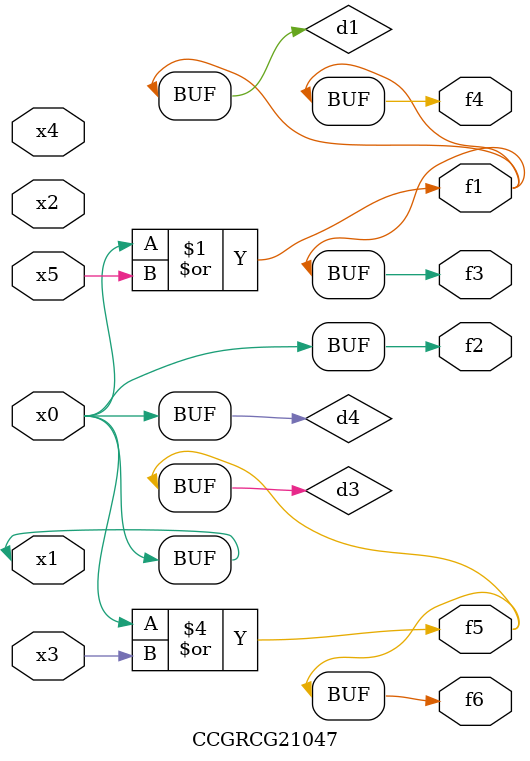
<source format=v>
module CCGRCG21047(
	input x0, x1, x2, x3, x4, x5,
	output f1, f2, f3, f4, f5, f6
);

	wire d1, d2, d3, d4;

	or (d1, x0, x5);
	xnor (d2, x1, x4);
	or (d3, x0, x3);
	buf (d4, x0, x1);
	assign f1 = d1;
	assign f2 = d4;
	assign f3 = d1;
	assign f4 = d1;
	assign f5 = d3;
	assign f6 = d3;
endmodule

</source>
